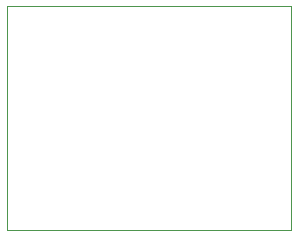
<source format=gbr>
%TF.GenerationSoftware,KiCad,Pcbnew,7.0.2-6a45011f42~172~ubuntu22.04.1*%
%TF.CreationDate,2023-06-02T20:05:51+08:00*%
%TF.ProjectId,fly2040,666c7932-3034-4302-9e6b-696361645f70,rev?*%
%TF.SameCoordinates,PX4323800PY2f1c8c0*%
%TF.FileFunction,Profile,NP*%
%FSLAX46Y46*%
G04 Gerber Fmt 4.6, Leading zero omitted, Abs format (unit mm)*
G04 Created by KiCad (PCBNEW 7.0.2-6a45011f42~172~ubuntu22.04.1) date 2023-06-02 20:05:51*
%MOMM*%
%LPD*%
G01*
G04 APERTURE LIST*
%TA.AperFunction,Profile*%
%ADD10C,0.050000*%
%TD*%
G04 APERTURE END LIST*
D10*
X0Y0D02*
X24000000Y0D01*
X24000000Y-19000000D01*
X0Y-19000000D01*
X0Y0D01*
M02*

</source>
